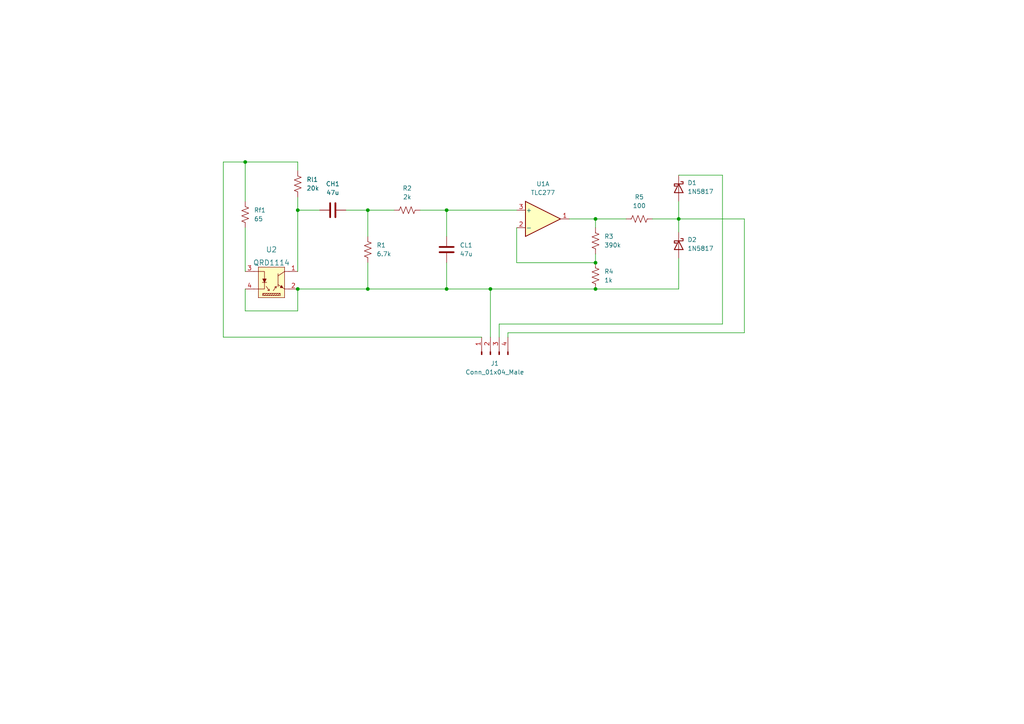
<source format=kicad_sch>
(kicad_sch (version 20211123) (generator eeschema)
  (paper "A4")
  (lib_symbols
    (symbol "Amplifier_Operational:TLC277" (pin_names (offset 0.127))
      (property "Reference" "U" (at 0 5.08 0))
      (property "Value" "TLC277" (at 0 -5.08 0))
      (symbol "TLC277_1_1"
        (polyline (pts (xy -5.08 5.08) (xy 5.08 0) (xy -5.08 -5.08) (xy -5.08 5.08)) (stroke (width 0.254)) (fill (type background)))
        (pin output line (at 7.62 0 180) (length 2.54) (name "~") (number "1"))
        (pin input line (at -7.62 -2.54 0) (length 2.54) (name "-") (number "2"))
        (pin input line (at -7.62 2.54 0) (length 2.54) (name "+") (number "3"))
      )
      (symbol "TLC277_2_1"
        (polyline (pts (xy -5.08 5.08) (xy 5.08 0) (xy -5.08 -5.08) (xy -5.08 5.08)) (stroke (width 0.254)) (fill (type background)))
        (pin input line (at -7.62 2.54 0) (length 2.54) (name "+") (number "5"))
        (pin input line (at -7.62 -2.54 0) (length 2.54) (name "-") (number "6"))
        (pin output line (at 7.62 0 180) (length 2.54) (name "~") (number "7"))
      )
      (symbol "TLC277_3_1"
        (pin power_in line (at -2.54 -7.62 90) (length 3.81) (name "V-") (number "4"))
        (pin power_in line (at -2.54 7.62 270) (length 3.81) (name "V+") (number "8"))
      )
    )
    (symbol "Connector:Conn_01x04_Male" (pin_names (offset 1.016) hide)
      (property "Reference" "J" (at 0 5.08 0))
      (property "Value" "Conn_01x04_Male" (at 0 -7.62 0))
      (symbol "Conn_01x04_Male_1_1"
        (polyline (pts (xy 1.27 -5.08) (xy 0.8636 -5.08)) (stroke (width 0.1524)))
        (polyline (pts (xy 1.27 -2.54) (xy 0.8636 -2.54)) (stroke (width 0.1524)))
        (polyline (pts (xy 1.27 0) (xy 0.8636 0)) (stroke (width 0.1524)))
        (polyline (pts (xy 1.27 2.54) (xy 0.8636 2.54)) (stroke (width 0.1524)))
        (rectangle (start 0.8636 -4.953) (end 0 -5.207) (stroke (width 0.1524)) (fill (type outline)))
        (rectangle (start 0.8636 -2.413) (end 0 -2.667) (stroke (width 0.1524)) (fill (type outline)))
        (rectangle (start 0.8636 0.127) (end 0 -0.127) (stroke (width 0.1524)) (fill (type outline)))
        (rectangle (start 0.8636 2.667) (end 0 2.413) (stroke (width 0.1524)) (fill (type outline)))
        (pin passive line (at 5.08 2.54 180) (length 3.81) (name "Pin_1") (number "1"))
        (pin passive line (at 5.08 0 180) (length 3.81) (name "Pin_2") (number "2"))
        (pin passive line (at 5.08 -2.54 180) (length 3.81) (name "Pin_3") (number "3"))
        (pin passive line (at 5.08 -5.08 180) (length 3.81) (name "Pin_4") (number "4"))
      )
    )
    (symbol "Device:C" (pin_numbers hide) (pin_names (offset 0.254))
      (property "Reference" "C" (at 0.635 2.54 0))
      (property "Value" "C" (at 0.635 -2.54 0))
      (symbol "C_0_1"
        (polyline (pts (xy -2.032 -0.762) (xy 2.032 -0.762)) (stroke (width 0.508)))
        (polyline (pts (xy -2.032 0.762) (xy 2.032 0.762)) (stroke (width 0.508)))
      )
      (symbol "C_1_1"
        (pin passive line (at 0 3.81 270) (length 2.794) (name "~") (number "1"))
        (pin passive line (at 0 -3.81 90) (length 2.794) (name "~") (number "2"))
      )
    )
    (symbol "Device:R_US" (pin_numbers hide) (pin_names (offset 0))
      (property "Reference" "R" (at 2.54 0 90))
      (property "Value" "R_US" (at -2.54 0 90))
      (symbol "R_US_0_1"
        (polyline (pts (xy 0 -2.286) (xy 0 -2.54)))
        (polyline (pts (xy 0 2.286) (xy 0 2.54)))
        (polyline (pts (xy 0 -0.762) (xy 1.016 -1.143) (xy 0 -1.524) (xy -1.016 -1.905) (xy 0 -2.286)))
        (polyline (pts (xy 0 0.762) (xy 1.016 0.381) (xy 0 0) (xy -1.016 -0.381) (xy 0 -0.762)))
        (polyline (pts (xy 0 2.286) (xy 1.016 1.905) (xy 0 1.524) (xy -1.016 1.143) (xy 0 0.762)))
      )
      (symbol "R_US_1_1"
        (pin passive line (at 0 3.81 270) (length 1.27) (name "~") (number "1"))
        (pin passive line (at 0 -3.81 90) (length 1.27) (name "~") (number "2"))
      )
    )
    (symbol "Diode:1N5817" (pin_numbers hide) (pin_names (offset 1.016) hide)
      (property "Reference" "D" (at 0 2.54 0))
      (property "Value" "1N5817" (at 0 -2.54 0))
      (symbol "1N5817_0_1"
        (polyline (pts (xy 1.27 0) (xy -1.27 0)))
        (polyline (pts (xy 1.27 1.27) (xy 1.27 -1.27) (xy -1.27 0) (xy 1.27 1.27)) (stroke (width 0.254)))
        (polyline (pts (xy -1.905 0.635) (xy -1.905 1.27) (xy -1.27 1.27) (xy -1.27 -1.27) (xy -0.635 -1.27) (xy -0.635 -0.635)) (stroke (width 0.254)))
      )
      (symbol "1N5817_1_1"
        (pin passive line (at -3.81 0 0) (length 2.54) (name "K") (number "1"))
        (pin passive line (at 3.81 0 180) (length 2.54) (name "A") (number "2"))
      )
    )
    (symbol "dk_Optical-Sensors-Reflective-Analog-Output:QRD1114" (pin_names (offset 1.016))
      (property "Reference" "U" (at 0 5.08 0))
      (property "Value" "QRD1114" (at 0 -6.985 0))
      (symbol "QRD1114_0_1"
        (rectangle (start -3.81 3.81) (end 3.81 -5.08) (fill (type background)))
        (rectangle (start -2.54 -3.81) (end 2.54 -4.445))
        (polyline (pts (xy -2.667 -0.635) (xy -1.397 -0.635)))
        (polyline (pts (xy -2.54 -4.318) (xy -2.032 -3.81)))
        (polyline (pts (xy -2.032 -4.445) (xy -1.397 -3.81)))
        (polyline (pts (xy -1.524 -1.778) (xy -0.635 -3.048)))
        (polyline (pts (xy -1.397 -4.445) (xy -0.762 -3.81)))
        (polyline (pts (xy -0.762 -4.445) (xy -0.127 -3.81)))
        (polyline (pts (xy -0.635 -3.048) (xy -1.143 -2.921)))
        (polyline (pts (xy -0.635 -3.048) (xy -0.635 -2.54)))
        (polyline (pts (xy -0.127 -4.445) (xy 0.508 -3.81)))
        (polyline (pts (xy 0.508 -4.445) (xy 1.143 -3.81)))
        (polyline (pts (xy 0.508 -3.048) (xy 1.397 -1.778)))
        (polyline (pts (xy 1.143 -4.445) (xy 1.778 -3.81)))
        (polyline (pts (xy 1.397 -1.778) (xy 0.889 -2.032)))
        (polyline (pts (xy 1.397 -1.778) (xy 1.397 -2.286)))
        (polyline (pts (xy 1.778 -4.445) (xy 2.413 -3.81)))
        (polyline (pts (xy 1.905 -1.27) (xy 3.81 -2.54)))
        (polyline (pts (xy 1.905 1.905) (xy 1.905 -1.905)))
        (polyline (pts (xy 3.81 -2.54) (xy 5.08 -2.54)))
        (polyline (pts (xy 3.81 2.54) (xy 1.905 1.27)))
        (polyline (pts (xy 3.81 2.54) (xy 5.08 2.54)))
        (polyline (pts (xy -5.08 2.54) (xy -2.032 2.54) (xy -2.032 0.381)))
        (polyline (pts (xy -2.032 -0.635) (xy -2.032 -2.54) (xy -5.08 -2.54)))
        (polyline (pts (xy -2.54 0.381) (xy -1.524 0.381) (xy -2.032 -0.635) (xy -2.54 0.381)) (fill (type outline)))
        (polyline (pts (xy 2.921 -1.524) (xy 2.54 -2.159) (xy 3.302 -2.159) (xy 2.921 -1.524)) (fill (type outline)))
      )
      (symbol "QRD1114_1_1"
        (pin passive line (at 7.62 2.54 180) (length 2.54) (name "~") (number "1"))
        (pin passive line (at 7.62 -2.54 180) (length 2.54) (name "~") (number "2"))
        (pin passive line (at -7.62 2.54 0) (length 2.54) (name "~") (number "3"))
        (pin passive line (at -7.62 -2.54 0) (length 2.54) (name "~") (number "4"))
      )
    )
  )
  (junction (at 106.68 83.82))
  (junction (at 86.36 60.96))
  (junction (at 172.72 63.5))
  (junction (at 106.68 60.96))
  (junction (at 86.36 83.82))
  (junction (at 142.24 83.82))
  (junction (at 129.54 60.96))
  (junction (at 172.72 76.2))
  (junction (at 129.54 83.82))
  (junction (at 196.85 63.5))
  (junction (at 172.72 83.82))
  (junction (at 71.12 46.99))
  (wire (pts (xy 86.36 46.99) (xy 86.36 49.53)))
  (wire (pts (xy 129.54 60.96) (xy 149.86 60.96)))
  (wire (pts (xy 172.72 83.82) (xy 196.85 83.82)))
  (wire (pts (xy 147.32 96.52) (xy 147.32 97.79)))
  (wire (pts (xy 71.12 66.04) (xy 71.12 78.74)))
  (wire (pts (xy 172.72 76.2) (xy 149.86 76.2)))
  (wire (pts (xy 86.36 57.15) (xy 86.36 60.96)))
  (wire (pts (xy 86.36 60.96) (xy 92.71 60.96)))
  (wire (pts (xy 129.54 83.82) (xy 142.24 83.82)))
  (wire (pts (xy 71.12 46.99) (xy 71.12 58.42)))
  (wire (pts (xy 106.68 60.96) (xy 100.33 60.96)))
  (wire (pts (xy 129.54 60.96) (xy 129.54 68.58)))
  (wire (pts (xy 149.86 76.2) (xy 149.86 66.04)))
  (wire (pts (xy 196.85 63.5) (xy 215.9 63.5)))
  (wire (pts (xy 196.85 63.5) (xy 196.85 67.31)))
  (wire (pts (xy 86.36 60.96) (xy 86.36 78.74)))
  (wire (pts (xy 106.68 60.96) (xy 114.3 60.96)))
  (wire (pts (xy 86.36 90.17) (xy 86.36 83.82)))
  (wire (pts (xy 209.55 50.8) (xy 196.85 50.8)))
  (wire (pts (xy 215.9 96.52) (xy 147.32 96.52)))
  (wire (pts (xy 196.85 58.42) (xy 196.85 63.5)))
  (wire (pts (xy 165.1 63.5) (xy 172.72 63.5)))
  (wire (pts (xy 106.68 83.82) (xy 129.54 83.82)))
  (wire (pts (xy 144.78 97.79) (xy 144.78 93.98)))
  (wire (pts (xy 142.24 83.82) (xy 142.24 97.79)))
  (wire (pts (xy 172.72 63.5) (xy 172.72 66.04)))
  (wire (pts (xy 144.78 93.98) (xy 209.55 93.98)))
  (wire (pts (xy 86.36 83.82) (xy 106.68 83.82)))
  (wire (pts (xy 129.54 76.2) (xy 129.54 83.82)))
  (wire (pts (xy 189.23 63.5) (xy 196.85 63.5)))
  (wire (pts (xy 172.72 73.66) (xy 172.72 76.2)))
  (wire (pts (xy 215.9 63.5) (xy 215.9 96.52)))
  (wire (pts (xy 71.12 46.99) (xy 86.36 46.99)))
  (wire (pts (xy 172.72 63.5) (xy 181.61 63.5)))
  (wire (pts (xy 196.85 74.93) (xy 196.85 83.82)))
  (wire (pts (xy 106.68 76.2) (xy 106.68 83.82)))
  (wire (pts (xy 71.12 83.82) (xy 71.12 90.17)))
  (wire (pts (xy 106.68 68.58) (xy 106.68 60.96)))
  (wire (pts (xy 121.92 60.96) (xy 129.54 60.96)))
  (wire (pts (xy 71.12 90.17) (xy 86.36 90.17)))
  (wire (pts (xy 139.7 97.79) (xy 64.77 97.79)))
  (wire (pts (xy 64.77 46.99) (xy 71.12 46.99)))
  (wire (pts (xy 64.77 97.79) (xy 64.77 46.99)))
  (wire (pts (xy 142.24 83.82) (xy 172.72 83.82)))
  (wire (pts (xy 209.55 93.98) (xy 209.55 50.8)))
  (symbol (lib_id "Connector:Conn_01x04_Male") (at 142.24 102.87 90) (unit 1)
    (property "Reference" "J1" (at 143.51 105.41 90))
    (property "Value" "Conn_01x04_Male" (at 143.51 107.95 90))
    (property "Footprint" "Connector_PinHeader_2.54mm:PinHeader_1x04_P2.54mm_Vertical" (effects hide))
  )
  (symbol (lib_id "Diode:1N5817") (at 196.85 54.61 270) (unit 1)
    (property "Reference" "D1" (at 199.39 53.0224 90) (effects (justify left)))
    (property "Value" "1N5817" (at 199.39 55.5624 90) (effects (justify left)))
    (property "Footprint" "Diode_THT:D_DO-41_SOD81_P10.16mm_Horizontal" (effects hide))
    (property "Datasheet" "http://www.vishay.com/docs/88525/1n5817.pdf" (effects hide))
  )
  (symbol (lib_id "Device:R_US") (at 185.42 63.5 90) (unit 1)
    (property "Reference" "R5" (at 185.42 57.15 90))
    (property "Value" "100" (at 185.42 59.69 90))
    (property "Footprint" "Resistor_THT:R_Axial_DIN0207_L6.3mm_D2.5mm_P15.24mm_Horizontal" (effects hide))
  )
  (symbol (lib_id "Device:R_US") (at 86.36 53.34 0) (unit 1)
    (property "Reference" "Rl1" (at 88.9 52.0699 0) (effects (justify left)))
    (property "Value" "20k" (at 88.9 54.6099 0) (effects (justify left)))
    (property "Footprint" "Resistor_THT:R_Axial_DIN0207_L6.3mm_D2.5mm_P15.24mm_Horizontal" (effects hide))
  )
  (symbol (lib_id "Device:C") (at 96.52 60.96 90) (unit 1)
    (property "Reference" "CH1" (at 96.52 53.34 90))
    (property "Value" "47u" (at 96.52 55.88 90))
    (property "Footprint" "Capacitor_THT:CP_Axial_L10.0mm_D4.5mm_P15.00mm_Horizontal" (effects hide))
  )
  (symbol (lib_id "Device:R_US") (at 118.11 60.96 90) (unit 1)
    (property "Reference" "R2" (at 118.11 54.61 90))
    (property "Value" "2k" (at 118.11 57.15 90))
    (property "Footprint" "Resistor_THT:R_Axial_DIN0207_L6.3mm_D2.5mm_P15.24mm_Horizontal" (effects hide))
  )
  (symbol (lib_id "Device:R_US") (at 172.72 80.01 0) (unit 1)
    (property "Reference" "R4" (at 175.26 78.7399 0) (effects (justify left)))
    (property "Value" "1k" (at 175.26 81.2799 0) (effects (justify left)))
    (property "Footprint" "Resistor_THT:R_Axial_DIN0207_L6.3mm_D2.5mm_P15.24mm_Horizontal" (effects hide))
  )
  (symbol (lib_id "Device:R_US") (at 172.72 69.85 0) (unit 1)
    (property "Reference" "R3" (at 175.26 68.5799 0) (effects (justify left)))
    (property "Value" "390k" (at 175.26 71.1199 0) (effects (justify left)))
    (property "Footprint" "Resistor_THT:R_Axial_DIN0207_L6.3mm_D2.5mm_P15.24mm_Horizontal" (effects hide))
  )
  (symbol (lib_id "Device:C") (at 129.54 72.39 0) (unit 1)
    (property "Reference" "CL1" (at 133.35 71.1199 0) (effects (justify left)))
    (property "Value" "47u" (at 133.35 73.6599 0) (effects (justify left)))
    (property "Footprint" "Capacitor_THT:CP_Axial_L10.0mm_D4.5mm_P15.00mm_Horizontal" (effects hide))
  )
  (symbol (lib_id "dk_Optical-Sensors-Reflective-Analog-Output:QRD1114") (at 78.74 81.28 0) (unit 1)
    (property "Reference" "U2" (at 78.74 72.39 0) (effects (font (size 1.524 1.524))))
    (property "Value" "QRD1114" (at 78.74 76.2 0) (effects (font (size 1.524 1.524))))
    (property "Footprint" "digikey-footprints:Reflective_Sensor_QRD1114" (effects hide))
    (property "Datasheet" "https://www.onsemi.com/pub/Collateral/QRD1114-D.pdf" (effects hide))
    (property "Digi-Key_PN" "QRD1114-ND" (effects hide))
    (property "MPN" "QRD1114" (effects hide))
    (property "Category" "Sensors, Transducers" (effects hide))
    (property "Family" "Optical Sensors - Reflective - Analog Output" (effects hide))
    (property "DK_Datasheet_Link" "https://www.onsemi.com/pub/Collateral/QRD1114-D.pdf" (effects hide))
    (property "DK_Detail_Page" "/product-detail/en/on-semiconductor/QRD1114/QRD1114-ND/187536" (effects hide))
    (property "Description" "SENSR OPTO TRANS 1.27MM REFL PCB" (effects hide))
    (property "Manufacturer" "ON Semiconductor" (effects hide))
    (property "Status" "Active" (effects hide))
  )
  (symbol (lib_id "Device:R_US") (at 71.12 62.23 0) (unit 1)
    (property "Reference" "Rf1" (at 73.66 60.9599 0) (effects (justify left)))
    (property "Value" "65" (at 73.66 63.4999 0) (effects (justify left)))
    (property "Footprint" "Resistor_THT:R_Axial_DIN0207_L6.3mm_D2.5mm_P15.24mm_Horizontal" (effects hide))
  )
  (symbol (lib_id "Diode:1N5817") (at 196.85 71.12 270) (unit 1)
    (property "Reference" "D2" (at 199.39 69.5324 90) (effects (justify left)))
    (property "Value" "1N5817" (at 199.39 72.0724 90) (effects (justify left)))
    (property "Footprint" "Diode_THT:D_DO-41_SOD81_P10.16mm_Horizontal" (effects hide))
    (property "Datasheet" "http://www.vishay.com/docs/88525/1n5817.pdf" (effects hide))
  )
  (symbol (lib_id "Device:R_US") (at 106.68 72.39 0) (unit 1)
    (property "Reference" "R1" (at 109.22 71.1199 0) (effects (justify left)))
    (property "Value" "6.7k" (at 109.22 73.6599 0) (effects (justify left)))
    (property "Footprint" "Resistor_THT:R_Axial_DIN0207_L6.3mm_D2.5mm_P15.24mm_Horizontal" (effects hide))
  )
  (symbol (lib_id "Amplifier_Operational:TLC277") (at 157.48 63.5 0) (unit 1)
    (property "Reference" "U1" (at 157.48 53.34 0))
    (property "Value" "TLC277" (at 157.48 55.88 0))
    (property "Footprint" "Package_DIP:DIP-8_W7.62mm" (effects hide))
    (property "Datasheet" "http://www.ti.com/lit/ds/symlink/tlc272.pdf" (effects hide))
  )
)
</source>
